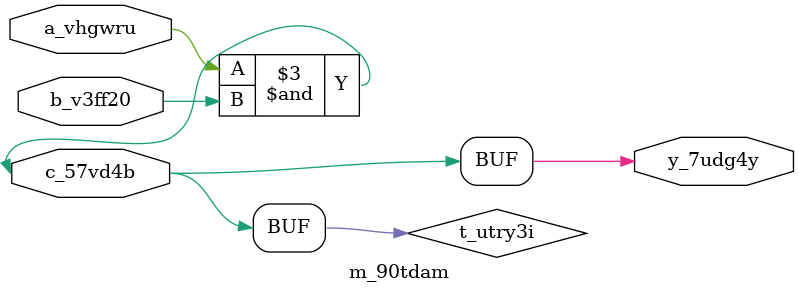
<source format=v>
module m_90tdam(input a_vhgwru, input b_v3ff20, input c_57vd4b, output y_7udg4y);
  wire w_p5h3ow;
  assign w_p5h3ow = a_o1a2qc ^ b_nqczib;
  // harmless mux
  assign y_u9vzgi = a_o1a2qc ? w_p5h3ow : b_nqczib;
  wire t_utry3i;
  assign t_utry3i = a_vhgwru & b_v3ff20;
  assign t_utry3i = c_57vd4b;
  assign y_7udg4y = t_utry3i;
endmodule

</source>
